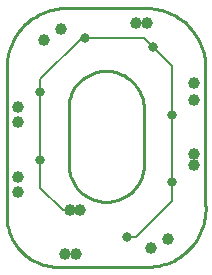
<source format=gbl>
G75*
%MOIN*%
%OFA0B0*%
%FSLAX24Y24*%
%IPPOS*%
%LPD*%
%AMOC8*
5,1,8,0,0,1.08239X$1,22.5*
%
%ADD10C,0.0100*%
%ADD11C,0.0397*%
%ADD12C,0.0060*%
%ADD13C,0.0317*%
D10*
X002329Y004017D02*
X002329Y008954D01*
X002325Y009041D01*
X002326Y009129D01*
X002330Y009216D01*
X002338Y009303D01*
X002349Y009390D01*
X002365Y009476D01*
X002384Y009561D01*
X002407Y009646D01*
X002433Y009729D01*
X002463Y009811D01*
X002497Y009892D01*
X002534Y009971D01*
X002575Y010048D01*
X002619Y010124D01*
X002666Y010197D01*
X002716Y010269D01*
X002770Y010338D01*
X002826Y010405D01*
X002886Y010469D01*
X002948Y010531D01*
X003012Y010590D01*
X003079Y010646D01*
X003149Y010699D01*
X003221Y010749D01*
X003295Y010795D01*
X003370Y010839D01*
X003448Y010879D01*
X003527Y010916D01*
X003608Y010949D01*
X003691Y010979D01*
X003774Y011005D01*
X003859Y011027D01*
X003944Y011046D01*
X004030Y011061D01*
X004117Y011072D01*
X004204Y011079D01*
X006892Y011079D01*
X006891Y011079D02*
X006979Y011080D01*
X007066Y011077D01*
X007153Y011070D01*
X007240Y011059D01*
X007326Y011045D01*
X007411Y011027D01*
X007496Y011005D01*
X007579Y010980D01*
X007662Y010951D01*
X007743Y010918D01*
X007822Y010882D01*
X007900Y010842D01*
X007976Y010799D01*
X008050Y010753D01*
X008122Y010704D01*
X008192Y010651D01*
X008259Y010596D01*
X008324Y010537D01*
X008386Y010476D01*
X008446Y010412D01*
X008503Y010346D01*
X008556Y010277D01*
X008607Y010206D01*
X008655Y010133D01*
X008699Y010058D01*
X008740Y009981D01*
X008778Y009902D01*
X008812Y009822D01*
X008843Y009740D01*
X008870Y009657D01*
X008893Y009573D01*
X008913Y009488D01*
X008929Y009402D01*
X008941Y009316D01*
X008949Y009229D01*
X008954Y009142D01*
X008954Y004517D01*
X008955Y004517D02*
X008959Y004430D01*
X008958Y004343D01*
X008954Y004256D01*
X008946Y004169D01*
X008934Y004083D01*
X008918Y003997D01*
X008899Y003912D01*
X008875Y003828D01*
X008848Y003745D01*
X008817Y003664D01*
X008783Y003584D01*
X008745Y003505D01*
X008703Y003429D01*
X008658Y003354D01*
X008610Y003281D01*
X008559Y003211D01*
X008504Y003143D01*
X008447Y003078D01*
X008386Y003015D01*
X008323Y002955D01*
X008257Y002898D01*
X008189Y002844D01*
X008118Y002792D01*
X008045Y002745D01*
X007971Y002700D01*
X007894Y002659D01*
X007815Y002622D01*
X007735Y002588D01*
X007653Y002557D01*
X007570Y002530D01*
X007486Y002507D01*
X007401Y002488D01*
X007315Y002473D01*
X007229Y002462D01*
X007142Y002454D01*
X007204Y002454D02*
X004204Y002454D01*
X004122Y002449D01*
X004040Y002447D01*
X003958Y002449D01*
X003876Y002456D01*
X003795Y002466D01*
X003714Y002480D01*
X003633Y002498D01*
X003554Y002519D01*
X003476Y002545D01*
X003399Y002574D01*
X003324Y002606D01*
X003250Y002642D01*
X003178Y002682D01*
X003108Y002725D01*
X003040Y002772D01*
X002975Y002821D01*
X002912Y002874D01*
X002851Y002929D01*
X002793Y002988D01*
X002738Y003049D01*
X002686Y003112D01*
X002638Y003178D01*
X002592Y003246D01*
X002549Y003317D01*
X002510Y003389D01*
X002475Y003463D01*
X002443Y003539D01*
X002414Y003616D01*
X002390Y003694D01*
X002369Y003774D01*
X002352Y003854D01*
X002338Y003935D01*
X002329Y004017D01*
X004392Y005767D02*
X004392Y007892D01*
X004403Y007961D01*
X004418Y008028D01*
X004437Y008095D01*
X004459Y008161D01*
X004485Y008225D01*
X004514Y008288D01*
X004547Y008349D01*
X004583Y008408D01*
X004623Y008465D01*
X004665Y008520D01*
X004710Y008572D01*
X004759Y008622D01*
X004810Y008669D01*
X004863Y008713D01*
X004919Y008754D01*
X004977Y008792D01*
X005037Y008827D01*
X005098Y008858D01*
X005162Y008886D01*
X005227Y008911D01*
X005293Y008932D01*
X005360Y008949D01*
X005428Y008962D01*
X005496Y008972D01*
X005566Y008978D01*
X005635Y008980D01*
X005704Y008978D01*
X005773Y008973D01*
X005842Y008963D01*
X005910Y008950D01*
X005977Y008933D01*
X006043Y008913D01*
X006108Y008889D01*
X006172Y008861D01*
X006234Y008830D01*
X006294Y008795D01*
X006352Y008758D01*
X006408Y008717D01*
X006462Y008673D01*
X006513Y008626D01*
X006561Y008577D01*
X006607Y008524D01*
X006650Y008470D01*
X006689Y008413D01*
X006726Y008354D01*
X006759Y008293D01*
X006789Y008231D01*
X006815Y008167D01*
X006838Y008101D01*
X006857Y008034D01*
X006872Y007967D01*
X006884Y007898D01*
X006891Y007830D01*
X006892Y007829D02*
X006892Y005704D01*
X006891Y005704D02*
X006880Y005635D01*
X006865Y005568D01*
X006846Y005501D01*
X006824Y005435D01*
X006798Y005371D01*
X006769Y005308D01*
X006736Y005247D01*
X006700Y005188D01*
X006660Y005131D01*
X006618Y005076D01*
X006573Y005024D01*
X006524Y004974D01*
X006473Y004927D01*
X006420Y004883D01*
X006364Y004842D01*
X006306Y004804D01*
X006246Y004769D01*
X006185Y004738D01*
X006121Y004710D01*
X006056Y004685D01*
X005990Y004664D01*
X005923Y004647D01*
X005855Y004634D01*
X005787Y004624D01*
X005717Y004618D01*
X005648Y004616D01*
X005579Y004618D01*
X005510Y004623D01*
X005441Y004633D01*
X005373Y004646D01*
X005306Y004663D01*
X005240Y004683D01*
X005175Y004707D01*
X005111Y004735D01*
X005049Y004766D01*
X004989Y004801D01*
X004931Y004838D01*
X004875Y004879D01*
X004821Y004923D01*
X004770Y004970D01*
X004722Y005019D01*
X004676Y005072D01*
X004633Y005126D01*
X004594Y005183D01*
X004557Y005242D01*
X004524Y005303D01*
X004494Y005365D01*
X004468Y005429D01*
X004445Y005495D01*
X004426Y005562D01*
X004411Y005629D01*
X004399Y005698D01*
X004392Y005766D01*
D11*
X004454Y004329D03*
X004767Y004329D03*
X004642Y002892D03*
X004267Y002892D03*
X002704Y004954D03*
X002704Y005454D03*
X002704Y007267D03*
X002704Y007767D03*
X003579Y010017D03*
X004142Y010392D03*
X006642Y010579D03*
X007017Y010579D03*
X008579Y008579D03*
X008579Y008017D03*
X008579Y006204D03*
X008579Y005829D03*
X007704Y003392D03*
X007142Y003079D03*
D12*
X006642Y003454D02*
X007829Y004642D01*
X007829Y005267D01*
X007829Y007517D01*
X007829Y009142D01*
X007204Y009767D01*
X006892Y010079D01*
X004954Y010079D01*
X004829Y010079D01*
X003454Y008704D01*
X003454Y008267D01*
X003454Y006017D01*
X003454Y005079D01*
X004204Y004329D01*
X004454Y004329D01*
X006329Y003454D02*
X006642Y003454D01*
D13*
X006329Y003454D03*
X007829Y005267D03*
X007829Y007517D03*
X007204Y009767D03*
X004954Y010079D03*
X003454Y008267D03*
X003454Y006017D03*
M02*

</source>
